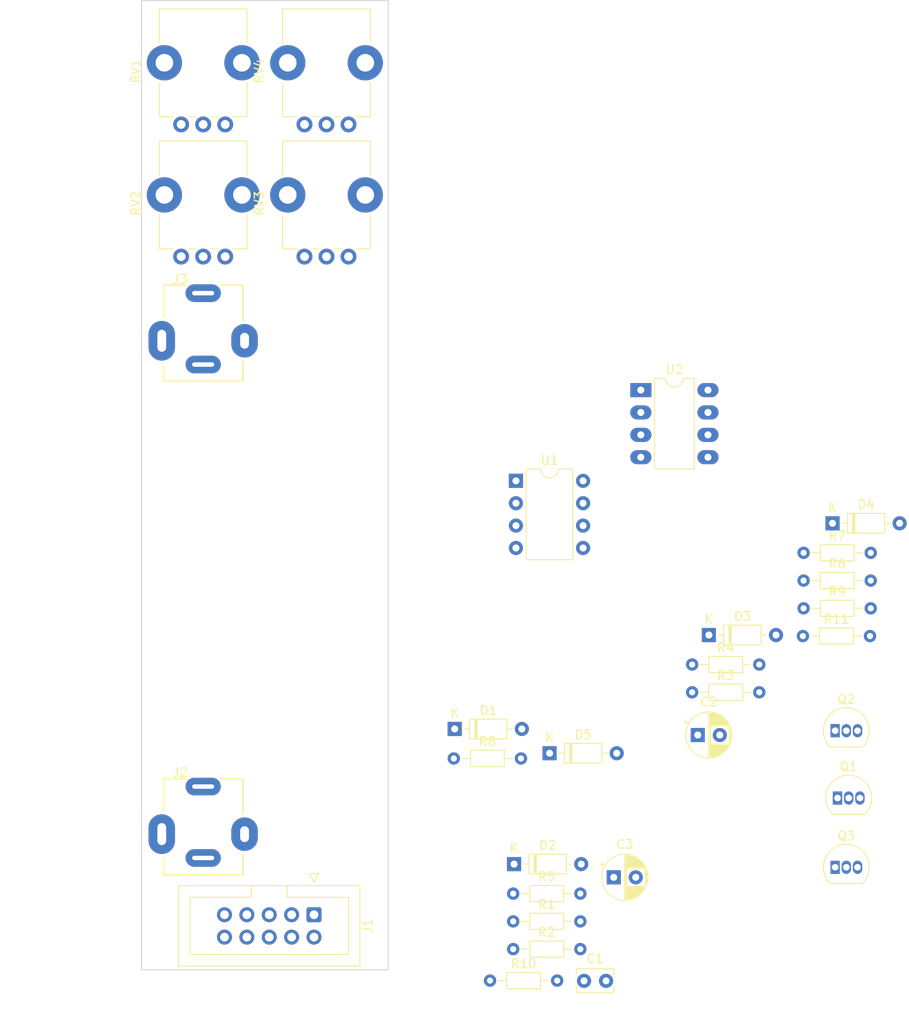
<source format=kicad_pcb>
(kicad_pcb (version 20211014) (generator pcbnew)
  (layers (0 "F.Cu" signal) (31 "B.Cu" signal) (34 "B.Paste" user) (35 "F.Paste" user) (36 "B.SilkS" user "B.Silkscreen") (37 "F.SilkS" user "F.Silkscreen") (38 "B.Mask" user) (39 "F.Mask" user) (44 "Edge.Cuts" user))
  (net 0 "")
  (net 1 "Net-(C1-Pad2)")
  (net 2 "GND")
  (net 3 "Net-(D3-Pad1)")
  (net 4 "Net-(D4-Pad2)")
  (net 5 "Net-(D5-Pad1)")
  (net 6 "-12V")
  (net 7 "+12V")
  (net 9 "Net-(Q1-Pad3)")
  (net 10 "Net-(Q2-Pad2)")
  (net 11 "Net-(Q3-Pad2)")
  (net 12 "Net-(R7-Pad2)")
  (net 13 "Net-(R8-Pad2)")
  (net 14 "Net-(R9-Pad1)")
  (net 15 "Net-(R10-Pad2)")
  (net 16 "Net-(D6-Pad1)")
  (net 19 "/RES")
  (net 20 "/CV")
  (net 21 "/THR")
  (net 22 "/BUFA")
  (net 23 "/IN")
  (net 24 "/OUT")
  (net 25 "/TR")
  (net 26 "/QO")
  (net 27 "/LOOP1")
  (net 28 "/DIS")
  (net 29 "/SUSPOT")
  (footprint "Diode_THT:D_DO-35_SOD27_P7.62mm_Horizontal" (layer "F.Cu") (at 46.32 85.42)
    (fp_text reference "D5" (at 3.81 -2.12) (layer "F.SilkS"))
    (fp_text value "1N4148")
    (fp_text user "K" (at 0 -1.8) (layer "F.SilkS"))
    (pad "1" thru_hole rect (at 0 0) (size 1.6 1.6) (drill 0.8) (layers *.Cu *.Mask) (net 5 "Net-(D5-Pad1)"))
    (pad "2" thru_hole oval (at 7.62 0) (size 1.6 1.6) (drill 0.8) (layers *.Cu *.Mask) (net 21 "/THR"))
  )
  (footprint "Connector_IDC:IDC-Header_2x05_P2.54mm_Vertical" (layer "F.Cu") (at 19.58 103.7475 -90)
    (fp_text reference "J1" (at 1.27 -6.1 90) (layer "F.SilkS"))
    (fp_text value "Conn_02x05")
    (pad "1" thru_hole roundrect (at 0 0 270) (size 1.7 1.7) (drill 1) (layers *.Cu *.Mask) (roundrect_rratio 0.147059) (net 6 "-12V"))
    (pad "2" thru_hole circle (at 2.54 0 270) (size 1.7 1.7) (drill 1) (layers *.Cu *.Mask) (net 6 "-12V"))
    (pad "3" thru_hole circle (at 0 2.54 270) (size 1.7 1.7) (drill 1) (layers *.Cu *.Mask) (net 2 "GND"))
    (pad "4" thru_hole circle (at 2.54 2.54 270) (size 1.7 1.7) (drill 1) (layers *.Cu *.Mask) (net 2 "GND"))
    (pad "5" thru_hole circle (at 0 5.08 270) (size 1.7 1.7) (drill 1) (layers *.Cu *.Mask) (net 2 "GND"))
    (pad "6" thru_hole circle (at 2.54 5.08 270) (size 1.7 1.7) (drill 1) (layers *.Cu *.Mask) (net 2 "GND"))
    (pad "7" thru_hole circle (at 0 7.62 270) (size 1.7 1.7) (drill 1) (layers *.Cu *.Mask) (net 2 "GND"))
    (pad "8" thru_hole circle (at 2.54 7.62 270) (size 1.7 1.7) (drill 1) (layers *.Cu *.Mask) (net 2 "GND"))
    (pad "9" thru_hole circle (at 0 10.16 270) (size 1.7 1.7) (drill 1) (layers *.Cu *.Mask) (net 7 "+12V"))
    (pad "10" thru_hole circle (at 2.54 10.16 270) (size 1.7 1.7) (drill 1) (layers *.Cu *.Mask) (net 7 "+12V"))
  )
  (footprint "Potentiometer_THT:Potentiometer_Bourns_PTV09A-1_Single_Vertical" (layer "F.Cu") (at 23.5 29.05 90)
    (fp_text reference "RV3" (at 6.05 -10.15 90) (layer "F.SilkS"))
    (fp_text value "10K")
    (pad "" np_thru_hole circle (at 7 -6.9 90) (size 4 4) (drill 2) (layers *.Cu *.Mask))
    (pad "" np_thru_hole circle (at 7 1.9 90) (size 4 4) (drill 2) (layers *.Cu *.Mask))
    (pad "1" thru_hole circle (at 0 0 90) (size 1.8 1.8) (drill 1) (layers *.Cu *.Mask) (net 28 "/DIS"))
    (pad "2" thru_hole circle (at 0 -2.5 90) (size 1.8 1.8) (drill 1) (layers *.Cu *.Mask) (net 29 "/SUSPOT"))
    (pad "3" thru_hole circle (at 0 -5 90) (size 1.8 1.8) (drill 1) (layers *.Cu *.Mask) (net 14 "Net-(R9-Pad1)"))
  )
  (footprint "Resistor_THT:R_Axial_DIN0204_L3.6mm_D1.6mm_P7.62mm_Horizontal" (layer "F.Cu") (at 42.19 107.65)
    (fp_text reference "R2" (at 3.81 -1.92) (layer "F.SilkS"))
    (fp_text value "4.7K")
    (pad "1" thru_hole circle (at 0 0) (size 1.4 1.4) (drill 0.7) (layers *.Cu *.Mask) (net 9 "Net-(Q1-Pad3)"))
    (pad "2" thru_hole oval (at 7.62 0) (size 1.4 1.4) (drill 0.7) (layers *.Cu *.Mask) (net 7 "+12V"))
  )
  (footprint "Diode_THT:D_DO-35_SOD27_P7.62mm_Horizontal" (layer "F.Cu") (at 78.43 59.32)
    (fp_text reference "D4" (at 3.81 -2.12) (layer "F.SilkS"))
    (fp_text value "1N4148")
    (fp_text user "K" (at 0 -1.8) (layer "F.SilkS"))
    (pad "1" thru_hole rect (at 0 0) (size 1.6 1.6) (drill 0.8) (layers *.Cu *.Mask) (net 21 "/THR"))
    (pad "2" thru_hole oval (at 7.62 0) (size 1.6 1.6) (drill 0.8) (layers *.Cu *.Mask) (net 4 "Net-(D4-Pad2)"))
  )
  (footprint "Package_TO_SOT_THT:TO-92_Inline" (layer "F.Cu") (at 78.73 82.86)
    (fp_text reference "Q2" (at 1.27 -3.56) (layer "F.SilkS"))
    (fp_text value "2N3904")
    (pad "1" thru_hole rect (at 0 0) (size 1.05 1.5) (drill 0.75) (layers *.Cu *.Mask) (net 2 "GND"))
    (pad "2" thru_hole oval (at 1.27 0) (size 1.05 1.5) (drill 0.75) (layers *.Cu *.Mask) (net 10 "Net-(Q2-Pad2)"))
    (pad "3" thru_hole oval (at 2.54 0) (size 1.05 1.5) (drill 0.75) (layers *.Cu *.Mask) (net 19 "/RES"))
  )
  (footprint "Capacitor_THT:C_Rect_L4.0mm_W2.5mm_P2.50mm" (layer "F.Cu") (at 50.23 111.25)
    (fp_text reference "C1" (at 1.25 -2.5) (layer "F.SilkS"))
    (fp_text value "0.1uF")
    (pad "1" thru_hole circle (at 0 0) (size 1.6 1.6) (drill 0.8) (layers *.Cu *.Mask) (net 19 "/RES"))
    (pad "2" thru_hole circle (at 2.5 0) (size 1.6 1.6) (drill 0.8) (layers *.Cu *.Mask) (net 1 "Net-(C1-Pad2)"))
  )
  (footprint "Resistor_THT:R_Axial_DIN0204_L3.6mm_D1.6mm_P7.62mm_Horizontal" (layer "F.Cu") (at 75.15 65.82)
    (fp_text reference "R6" (at 3.81 -1.92) (layer "F.SilkS"))
    (fp_text value "4.7K")
    (pad "1" thru_hole circle (at 0 0) (size 1.4 1.4) (drill 0.7) (layers *.Cu *.Mask) (net 25 "/TR"))
    (pad "2" thru_hole oval (at 7.62 0) (size 1.4 1.4) (drill 0.7) (layers *.Cu *.Mask) (net 7 "+12V"))
  )
  (footprint "Resistor_THT:R_Axial_DIN0204_L3.6mm_D1.6mm_P7.62mm_Horizontal" (layer "F.Cu") (at 39.56 111.22)
    (fp_text reference "R10" (at 3.81 -1.92) (layer "F.SilkS"))
    (fp_text value "100")
    (pad "1" thru_hole circle (at 0 0) (size 1.4 1.4) (drill 0.7) (layers *.Cu *.Mask) (net 27 "/LOOP1"))
    (pad "2" thru_hole oval (at 7.62 0) (size 1.4 1.4) (drill 0.7) (layers *.Cu *.Mask) (net 15 "Net-(R10-Pad2)"))
  )
  (footprint "Potentiometer_THT:Potentiometer_Bourns_PTV09A-1_Single_Vertical" (layer "F.Cu") (at 23.5 14.05 90)
    (fp_text reference "RV4" (at 6.05 -10.15 90) (layer "F.SilkS"))
    (fp_text value "1M")
    (pad "" np_thru_hole circle (at 7 1.9 90) (size 4 4) (drill 2) (layers *.Cu *.Mask))
    (pad "" np_thru_hole circle (at 7 -6.9 90) (size 4 4) (drill 2) (layers *.Cu *.Mask))
    (pad "1" thru_hole circle (at 0 0 90) (size 1.8 1.8) (drill 1) (layers *.Cu *.Mask) (net 5 "Net-(D5-Pad1)"))
    (pad "2" thru_hole circle (at 0 -2.5 90) (size 1.8 1.8) (drill 1) (layers *.Cu *.Mask) (net 15 "Net-(R10-Pad2)"))
    (pad "3" thru_hole circle (at 0 -5 90) (size 1.8 1.8) (drill 1) (layers *.Cu *.Mask) (net 15 "Net-(R10-Pad2)"))
  )
  (footprint "Capacitor_THT:CP_Radial_D5.0mm_P2.50mm" (layer "F.Cu") (at 63.139775 83.35)
    (fp_text reference "C2" (at 1.25 -3.75) (layer "F.SilkS"))
    (fp_text value "10uF")
    (pad "1" thru_hole rect (at 0 0) (size 1.6 1.6) (drill 0.8) (layers *.Cu *.Mask) (net 20 "/CV"))
    (pad "2" thru_hole circle (at 2.5 0) (size 1.6 1.6) (drill 0.8) (layers *.Cu *.Mask) (net 2 "GND"))
  )
  (footprint "Resistor_THT:R_Axial_DIN0204_L3.6mm_D1.6mm_P7.62mm_Horizontal" (layer "F.Cu") (at 75.15 62.67)
    (fp_text reference "R7" (at 3.81 -1.92) (layer "F.SilkS"))
    (fp_text value "100")
    (pad "1" thru_hole circle (at 0 0) (size 1.4 1.4) (drill 0.7) (layers *.Cu *.Mask) (net 19 "/RES"))
    (pad "2" thru_hole oval (at 7.62 0) (size 1.4 1.4) (drill 0.7) (layers *.Cu *.Mask) (net 12 "Net-(R7-Pad2)"))
  )
  (footprint "Potentiometer_THT:Potentiometer_Bourns_PTV09A-1_Single_Vertical" (layer "F.Cu") (at 9.5 29.05 90)
    (fp_text reference "RV2" (at 6.05 -10.15 90) (layer "F.SilkS"))
    (fp_text value "1M")
    (pad "" np_thru_hole circle (at 7 1.9 90) (size 4 4) (drill 2) (layers *.Cu *.Mask))
    (pad "" np_thru_hole circle (at 7 -6.9 90) (size 4 4) (drill 2) (layers *.Cu *.Mask))
    (pad "1" thru_hole circle (at 0 0 90) (size 1.8 1.8) (drill 1) (layers *.Cu *.Mask) (net 4 "Net-(D4-Pad2)"))
    (pad "2" thru_hole circle (at 0 -2.5 90) (size 1.8 1.8) (drill 1) (layers *.Cu *.Mask) (net 13 "Net-(R8-Pad2)"))
    (pad "3" thru_hole circle (at 0 -5 90) (size 1.8 1.8) (drill 1) (layers *.Cu *.Mask) (net 13 "Net-(R8-Pad2)"))
  )
  (footprint "Resistor_THT:R_Axial_DIN0204_L3.6mm_D1.6mm_P7.62mm_Horizontal" (layer "F.Cu") (at 75.07 72.12)
    (fp_text reference "R11" (at 3.81 -1.92) (layer "F.SilkS"))
    (fp_text value "10K")
    (pad "1" thru_hole circle (at 0 0) (size 1.4 1.4) (drill 0.7) (layers *.Cu *.Mask) (net 2 "GND"))
    (pad "2" thru_hole oval (at 7.62 0) (size 1.4 1.4) (drill 0.7) (layers *.Cu *.Mask) (net 16 "Net-(D6-Pad1)"))
  )
  (footprint "Diode_THT:D_DO-35_SOD27_P7.62mm_Horizontal" (layer "F.Cu") (at 64.4 72)
    (fp_text reference "D3" (at 3.81 -2.12) (layer "F.SilkS"))
    (fp_text value "1N4148")
    (fp_text user "K" (at 0 -1.8) (layer "F.SilkS"))
    (pad "1" thru_hole rect (at 0 0) (size 1.6 1.6) (drill 0.8) (layers *.Cu *.Mask) (net 3 "Net-(D3-Pad1)"))
    (pad "2" thru_hole oval (at 7.62 0) (size 1.6 1.6) (drill 0.8) (layers *.Cu *.Mask) (net 21 "/THR"))
  )
  (footprint "AudioJacks:Jack_3.5mm_QingPu_WQP-PJ301BM_Vertical" (layer "F.Cu") (at 7 38)
    (fp_text reference "J3" (at -2.6 -6.4) (layer "F.SilkS"))
    (fp_text value "PJ-301BM")
    (pad "S" thru_hole oval locked (at 4.7 0.6 90) (size 3.8 3) (drill oval 1.8 1) (layers *.Cu *.Mask) (net 2 "GND"))
    (pad "S" thru_hole oval locked (at -4.7 0.6 90) (size 4.5 3) (drill oval 2.5 1) (layers *.Cu *.Mask) (net 2 "GND"))
    (pad "T" thru_hole oval locked (at 0 -4.8) (size 4 2) (drill oval 2.5 0.5) (layers *.Cu *.Mask) (net 24 "/OUT"))
    (pad "TN" thru_hole oval locked (at 0 3.3) (size 4 2) (drill oval 2.5 0.5) (layers *.Cu *.Mask))
  )
  (footprint "Resistor_THT:R_Axial_DIN0204_L3.6mm_D1.6mm_P7.62mm_Horizontal" (layer "F.Cu") (at 42.19 104.5)
    (fp_text reference "R1" (at 3.81 -1.92) (layer "F.SilkS"))
    (fp_text value "10K")
    (pad "1" thru_hole circle (at 0 0) (size 1.4 1.4) (drill 0.7) (layers *.Cu *.Mask) (net 23 "/IN"))
    (pad "2" thru_hole oval (at 7.62 0) (size 1.4 1.4) (drill 0.7) (layers *.Cu *.Mask) (net 22 "/BUFA"))
  )
  (footprint "Package_TO_SOT_THT:TO-92_Inline" (layer "F.Cu") (at 79 90.5)
    (fp_text reference "Q1" (at 1.27 -3.56) (layer "F.SilkS"))
    (fp_text value "2N3904")
    (pad "1" thru_hole rect (at 0 0) (size 1.05 1.5) (drill 0.75) (layers *.Cu *.Mask) (net 2 "GND"))
    (pad "2" thru_hole oval (at 1.27 0) (size 1.05 1.5) (drill 0.75) (layers *.Cu *.Mask) (net 22 "/BUFA"))
    (pad "3" thru_hole oval (at 2.54 0) (size 1.05 1.5) (drill 0.75) (layers *.Cu *.Mask) (net 9 "Net-(Q1-Pad3)"))
  )
  (footprint "Package_DIP:DIP-8_W7.62mm_LongPads" (layer "F.Cu") (at 56.675 44.2)
    (fp_text reference "U2" (at 3.81 -2.33) (layer "F.SilkS"))
    (fp_text value "LM555N")
    (pad "1" thru_hole rect (at 0 0) (size 2.4 1.6) (drill 0.8) (layers *.Cu *.Mask) (net 2 "GND"))
    (pad "2" thru_hole oval (at 0 2.54) (size 2.4 1.6) (drill 0.8) (layers *.Cu *.Mask) (net 25 "/TR"))
    (pad "3" thru_hole oval (at 0 5.08) (size 2.4 1.6) (drill 0.8) (layers *.Cu *.Mask) (net 26 "/QO"))
    (pad "4" thru_hole oval (at 0 7.62) (size 2.4 1.6) (drill 0.8) (layers *.Cu *.Mask) (net 19 "/RES"))
    (pad "5" thru_hole oval (at 7.62 7.62) (size 2.4 1.6) (drill 0.8) (layers *.Cu *.Mask) (net 20 "/CV"))
    (pad "6" thru_hole oval (at 7.62 5.08) (size 2.4 1.6) (drill 0.8) (layers *.Cu *.Mask) (net 21 "/THR"))
    (pad "7" thru_hole oval (at 7.62 2.54) (size 2.4 1.6) (drill 0.8) (layers *.Cu *.Mask) (net 28 "/DIS"))
    (pad "8" thru_hole oval (at 7.62 0) (size 2.4 1.6) (drill 0.8) (layers *.Cu *.Mask) (net 7 "+12V"))
  )
  (footprint "Diode_THT:D_DO-35_SOD27_P7.62mm_Horizontal" (layer "F.Cu") (at 42.29 98)
    (fp_text reference "D2" (at 3.81 -2.12) (layer "F.SilkS"))
    (fp_text value "1N4148")
    (fp_text user "K" (at 0 -1.8) (layer "F.SilkS"))
    (pad "1" thru_hole rect (at 0 0) (size 1.6 1.6) (drill 0.8) (layers *.Cu *.Mask) (net 1 "Net-(C1-Pad2)"))
    (pad "2" thru_hole oval (at 7.62 0) (size 1.6 1.6) (drill 0.8) (layers *.Cu *.Mask) (net 2 "GND"))
  )
  (footprint "Capacitor_THT:CP_Radial_D5.0mm_P2.50mm" (layer "F.Cu") (at 53.599775 99.5)
    (fp_text reference "C3" (at 1.25 -3.75) (layer "F.SilkS"))
    (fp_text value "1uF")
    (pad "1" thru_hole rect (at 0 0) (size 1.6 1.6) (drill 0.8) (layers *.Cu *.Mask) (net 21 "/THR"))
    (pad "2" thru_hole circle (at 2.5 0) (size 1.6 1.6) (drill 0.8) (layers *.Cu *.Mask) (net 2 "GND"))
  )
  (footprint "Resistor_THT:R_Axial_DIN0204_L3.6mm_D1.6mm_P7.62mm_Horizontal" (layer "F.Cu") (at 62.5 78.5)
    (fp_text reference "R3" (at 3.81 -1.92) (layer "F.SilkS"))
    (fp_text value "22K")
    (pad "1" thru_hole circle (at 0 0) (size 1.4 1.4) (drill 0.7) (layers *.Cu *.Mask) (net 9 "Net-(Q1-Pad3)"))
    (pad "2" thru_hole oval (at 7.62 0) (size 1.4 1.4) (drill 0.7) (layers *.Cu *.Mask) (net 10 "Net-(Q2-Pad2)"))
  )
  (footprint "AudioJacks:Jack_3.5mm_QingPu_WQP-PJ301BM_Vertical" (layer "F.Cu") (at 7 94)
    (fp_text reference "J2" (at -2.6 -6.4) (layer "F.SilkS"))
    (fp_text value "PJ-301BM")
    (pad "S" thru_hole oval locked (at 4.7 0.6 90) (size 3.8 3) (drill oval 1.8 1) (layers *.Cu *.Mask) (net 2 "GND"))
    (pad "S" thru_hole oval locked (at -4.7 0.6 90) (size 4.5 3) (drill oval 2.5 1) (layers *.Cu *.Mask) (net 2 "GND"))
    (pad "T" thru_hole oval locked (at 0 -4.8) (size 4 2) (drill oval 2.5 0.5) (layers *.Cu *.Mask) (net 23 "/IN"))
    (pad "TN" thru_hole oval locked (at 0 3.3) (size 4 2) (drill oval 2.5 0.5) (layers *.Cu *.Mask) (net 2 "GND"))
  )
  (footprint "Resistor_THT:R_Axial_DIN0204_L3.6mm_D1.6mm_P7.62mm_Horizontal" (layer "F.Cu") (at 75.15 68.97)
    (fp_text reference "R9" (at 3.81 -1.92) (layer "F.SilkS"))
    (fp_text value "4.7K")
    (pad "1" thru_hole circle (at 0 0) (size 1.4 1.4) (drill 0.7) (layers *.Cu *.Mask) (net 14 "Net-(R9-Pad1)"))
    (pad "2" thru_hole oval (at 7.62 0) (size 1.4 1.4) (drill 0.7) (layers *.Cu *.Mask) (net 7 "+12V"))
  )
  (footprint "Diode_THT:D_DO-35_SOD27_P7.62mm_Horizontal" (layer "F.Cu") (at 35.55 82.66)
    (fp_text reference "D1" (at 3.81 -2.12) (layer "F.SilkS"))
    (fp_text value "BAT41")
    (fp_text user "K" (at 0 -1.8) (layer "F.SilkS"))
    (pad "1" thru_hole rect (at 0 0) (size 1.6 1.6) (drill 0.8) (layers *.Cu *.Mask) (net 22 "/BUFA"))
    (pad "2" thru_hole oval (at 7.62 0) (size 1.6 1.6) (drill 0.8) (layers *.Cu *.Mask) (net 2 "GND"))
  )
  (footprint "Package_DIP:DIP-8_W7.62mm" (layer "F.Cu") (at 42.5 54.5)
    (fp_text reference "U1" (at 3.81 -2.33) (layer "F.SilkS"))
    (fp_text value "TL072")
    (pad "1" thru_hole rect (at 0 0) (size 1.6 1.6) (drill 0.8) (layers *.Cu *.Mask) (net 27 "/LOOP1"))
    (pad "2" thru_hole oval (at 0 2.54) (size 1.6 1.6) (drill 0.8) (layers *.Cu *.Mask) (net 27 "/LOOP1"))
    (pad "3" thru_hole oval (at 0 5.08) (size 1.6 1.6) (drill 0.8) (layers *.Cu *.Mask) (net 29 "/SUSPOT"))
    (pad "4" thru_hole oval (at 0 7.62) (size 1.6 1.6) (drill 0.8) (layers *.Cu *.Mask))
    (pad "5" thru_hole oval (at 7.62 7.62) (size 1.6 1.6) (drill 0.8) (layers *.Cu *.Mask) (net 21 "/THR"))
    (pad "6" thru_hole oval (at 7.62 5.08) (size 1.6 1.6) (drill 0.8) (layers *.Cu *.Mask) (net 24 "/OUT"))
    (pad "7" thru_hole oval (at 7.62 2.54) (size 1.6 1.6) (drill 0.8) (layers *.Cu *.Mask) (net 24 "/OUT"))
    (pad "8" thru_hole oval (at 7.62 0) (size 1.6 1.6) (drill 0.8) (layers *.Cu *.Mask))
  )
  (footprint "Resistor_THT:R_Axial_DIN0204_L3.6mm_D1.6mm_P7.62mm_Horizontal" (layer "F.Cu") (at 35.45 86.01)
    (fp_text reference "R8" (at 3.81 -1.92) (layer "F.SilkS"))
    (fp_text value "100")
    (pad "1" thru_hole circle (at 0 0) (size 1.4 1.4) (drill 0.7) (layers *.Cu *.Mask) (net 26 "/QO"))
    (pad "2" thru_hole oval (at 7.62 0) (size 1.4 1.4) (drill 0.7) (layers *.Cu *.Mask) (net 13 "Net-(R8-Pad2)"))
  )
  (footprint "Package_TO_SOT_THT:TO-92_Inline" (layer "F.Cu") (at 78.73 98.36)
    (fp_text reference "Q3" (at 1.27 -3.56) (layer "F.SilkS"))
    (fp_text value "2N3904")
    (pad "1" thru_hole rect (at 0 0) (size 1.05 1.5) (drill 0.75) (layers *.Cu *.Mask) (net 2 "GND"))
    (pad "2" thru_hole oval (at 1.27 0) (size 1.05 1.5) (drill 0.75) (layers *.Cu *.Mask) (net 11 "Net-(Q3-Pad2)"))
    (pad "3" thru_hole oval (at 2.54 0) (size 1.05 1.5) (drill 0.75) (layers *.Cu *.Mask) (net 25 "/TR"))
  )
  (footprint "Potentiometer_THT:Potentiometer_Bourns_PTV09A-1_Single_Vertical" (layer "F.Cu") (at 9.5 14.05 90)
    (fp_text reference "RV1" (at 6.05 -10.15 90) (layer "F.SilkS"))
    (fp_text value "1M")
    (pad "" np_thru_hole circle (at 7 -6.9 90) (size 4 4) (drill 2) (layers *.Cu *.Mask))
    (pad "" np_thru_hole circle (at 7 1.9 90) (size 4 4) (drill 2) (layers *.Cu *.Mask))
    (pad "1" thru_hole circle (at 0 0 90) (size 1.8 1.8) (drill 1) (layers *.Cu *.Mask) (net 3 "Net-(D3-Pad1)"))
    (pad "2" thru_hole circle (at 0 -2.5 90) (size 1.8 1.8) (drill 1) (layers *.Cu *.Mask) (net 12 "Net-(R7-Pad2)"))
    (pad "3" thru_hole circle (at 0 -5 90) (size 1.8 1.8) (drill 1) (layers *.Cu *.Mask) (net 12 "Net-(R7-Pad2)"))
  )
  (footprint "Resistor_THT:R_Axial_DIN0204_L3.6mm_D1.6mm_P7.62mm_Horizontal" (layer "F.Cu") (at 62.5 75.35)
    (fp_text reference "R4" (at 3.81 -1.92) (layer "F.SilkS"))
    (fp_text value "4.7K")
    (pad "1" thru_hole circle (at 0 0) (size 1.4 1.4) (drill 0.7) (layers *.Cu *.Mask) (net 19 "/RES"))
    (pad "2" thru_hole oval (at 7.62 0) (size 1.4 1.4) (drill 0.7) (layers *.Cu *.Mask) (net 7 "+12V"))
  )
  (footprint "Resistor_THT:R_Axial_DIN0204_L3.6mm_D1.6mm_P7.62mm_Horizontal" (layer "F.Cu") (at 42.19 101.35)
    (fp_text reference "R5" (at 3.81 -1.92) (layer "F.SilkS"))
    (fp_text value "10K")
    (pad "1" thru_hole circle (at 0 0) (size 1.4 1.4) (drill 0.7) (layers *.Cu *.Mask) (net 1 "Net-(C1-Pad2)"))
    (pad "2" thru_hole oval (at 7.62 0) (size 1.4 1.4) (drill 0.7) (layers *.Cu *.Mask) (net 11 "Net-(Q3-Pad2)"))
  )
  (gr_rect (start 0 0) (end 28 110) (layer "Edge.Cuts") (width 0.1) (fill none))
)
</source>
